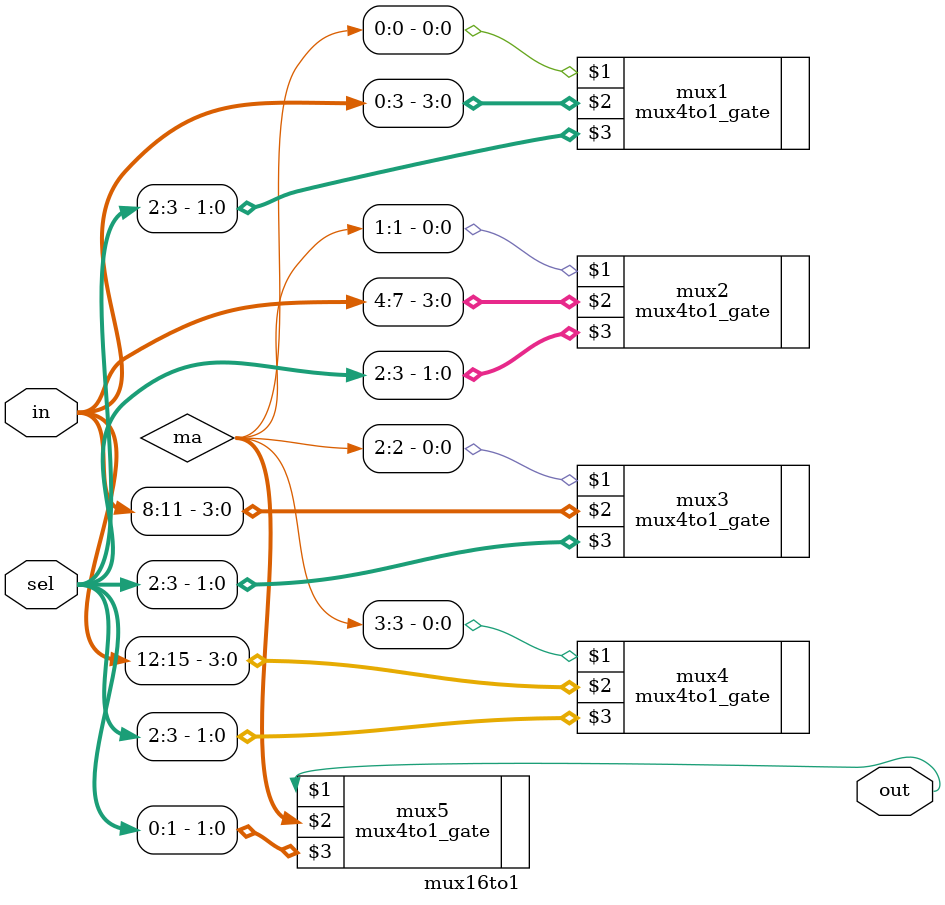
<source format=v>
`include "mux4to1_gate.v"

module mux16to1(out,in,sel);
	input [0:15]in;
	input [0:3]sel;
	
	output out;
	wire [0:3]ma;
	
	mux4to1_gate mux1(ma[0],in[0:3],sel[2:3]);
	mux4to1_gate mux2(ma[1],in[4:7],sel[2:3]);
	mux4to1_gate mux3(ma[2],in[8:11],sel[2:3]);
	mux4to1_gate mux4(ma[3],in[12:15],sel[2:3]);
	mux4to1_gate mux5(out,ma,sel[0:1]);
	
endmodule
</source>
